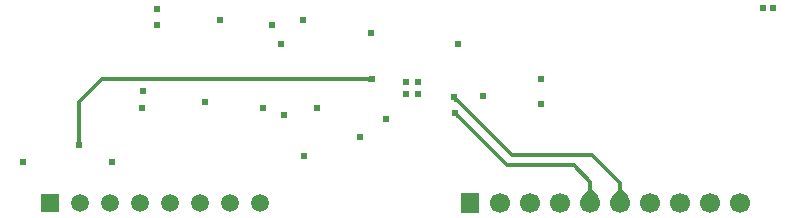
<source format=gbl>
G04 Layer: BottomLayer*
G04 EasyEDA v6.5.42, 2024-04-19 21:15:47*
G04 b74b0dd8b7a74548b8b14c9367106a0f,9fa9616398974da3a60ce9969dc7753a,10*
G04 Gerber Generator version 0.2*
G04 Scale: 100 percent, Rotated: No, Reflected: No *
G04 Dimensions in millimeters *
G04 leading zeros omitted , absolute positions ,4 integer and 5 decimal *
%FSLAX45Y45*%
%MOMM*%

%ADD10C,0.3000*%
%ADD11R,1.5000X1.5000*%
%ADD12C,1.5000*%
%ADD13C,1.7000*%
%ADD14R,1.5748X1.7000*%
%ADD15C,0.6200*%

%LPD*%
G36*
X674979Y912215D02*
G01*
X666750Y890524D01*
X713232Y890524D01*
X705002Y912215D01*
G37*
G36*
X3149498Y1453235D02*
G01*
X3127806Y1445006D01*
X3127806Y1414983D01*
X3149498Y1406753D01*
G37*
G36*
X3900932Y1141933D02*
G01*
X3868064Y1109065D01*
X3889248Y1099566D01*
X3910431Y1120749D01*
G37*
G36*
X3890924Y1281938D02*
G01*
X3858056Y1249070D01*
X3879240Y1239570D01*
X3900424Y1260754D01*
G37*
G36*
X5001971Y499719D02*
G01*
X4953254Y440232D01*
X5080762Y440232D01*
X5031994Y499719D01*
G37*
G36*
X5285282Y499821D02*
G01*
X5255310Y499618D01*
X5206898Y439826D01*
X5334406Y440588D01*
G37*
D10*
X3869994Y1140002D02*
G01*
X4309996Y700001D01*
X4879987Y700001D01*
X5016995Y562998D01*
X5016995Y384002D01*
X5270995Y384002D02*
G01*
X5269991Y550001D01*
X5029995Y789998D01*
X4349996Y789998D01*
X3859987Y1280007D01*
X689998Y869998D02*
G01*
X689998Y1239997D01*
X689998Y1239997D02*
G01*
X879995Y1429997D01*
X3170001Y1429997D01*
D11*
G01*
X445007Y383997D03*
D12*
G01*
X699007Y383997D03*
G01*
X953007Y383997D03*
G01*
X1207007Y383997D03*
G01*
X1461007Y383997D03*
G01*
X1715007Y383997D03*
G01*
X1969008Y383997D03*
G01*
X2223008Y383997D03*
D13*
G01*
X6286982Y383997D03*
G01*
X6032982Y383997D03*
G01*
X5778982Y383997D03*
G01*
X5524982Y383997D03*
G01*
X5270982Y383997D03*
G01*
X5016982Y383997D03*
G01*
X4762982Y383997D03*
G01*
X4508982Y383997D03*
G01*
X4254982Y383997D03*
D14*
G01*
X4000982Y383997D03*
D15*
G01*
X1754987Y1234998D03*
G01*
X1224991Y1189989D03*
G01*
X3859987Y1280007D03*
G01*
X3869994Y1140002D03*
G01*
X3458184Y1305991D03*
G01*
X3558184Y1305991D03*
G01*
X3558184Y1405991D03*
G01*
X3458184Y1405991D03*
G01*
X210007Y729995D03*
G01*
X970000Y729995D03*
G01*
X3169996Y1429994D03*
G01*
X689990Y870000D03*
G01*
X1350010Y1884984D03*
G01*
X1880006Y1929993D03*
G01*
X2399995Y1729994D03*
G01*
X2580004Y1929993D03*
G01*
X3159988Y1819986D03*
G01*
X2318994Y1888007D03*
G01*
X3289985Y1089990D03*
G01*
X3069996Y940003D03*
G01*
X2699994Y1189989D03*
G01*
X2419984Y1129995D03*
G01*
X2589987Y780008D03*
G01*
X3899992Y1729994D03*
G01*
X4599990Y1219987D03*
G01*
X4109999Y1289989D03*
G01*
X4599990Y1429994D03*
G01*
X6559981Y2029993D03*
G01*
X6479997Y2029993D03*
G01*
X2245004Y1189989D03*
G01*
X1347998Y2024997D03*
G01*
X1229997Y1329997D03*
M02*

</source>
